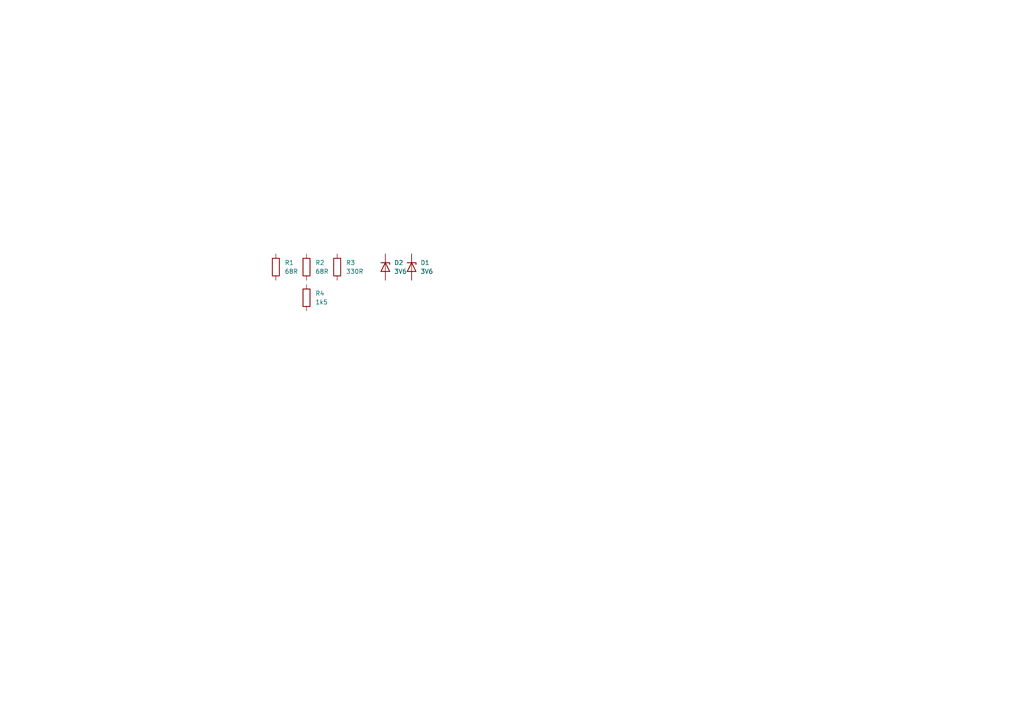
<source format=kicad_sch>
(kicad_sch (version 20230121) (generator eeschema)
  (paper "A4")
  (lib_symbols
    (symbol "Device:D_Zener" (pin_numbers hide) (pin_names (offset 1.016) hide)
      (property "Reference" "D" (at 0 2.54 0))
      (property "Value" "D_Zener" (at 0 -2.54 0))
      (symbol "D_Zener_0_1"
        (polyline (pts (xy 1.27 0) (xy -1.27 0)))
        (polyline (pts (xy -1.27 -1.27) (xy -1.27 1.27) (xy -0.762 1.27)) (stroke (width 0.254)))
        (polyline (pts (xy 1.27 -1.27) (xy 1.27 1.27) (xy -1.27 0) (xy 1.27 -1.27)) (stroke (width 0.254)))
      )
      (symbol "D_Zener_1_1"
        (pin passive line (at -3.81 0 0) (length 2.54) (name "K") (number "1"))
        (pin passive line (at 3.81 0 180) (length 2.54) (name "A") (number "2"))
      )
    )
    (symbol "Device:R" (pin_numbers hide) (pin_names (offset 0))
      (property "Reference" "R" (at 2.032 0 90))
      (property "Value" "R" (at 0 0 90))
      (symbol "R_0_1"
        (rectangle (start -1.016 -2.54) (end 1.016 2.54) (stroke (width 0.254)))
      )
      (symbol "R_1_1"
        (pin passive line (at 0 3.81 270) (length 1.27) (name "~") (number "1"))
        (pin passive line (at 0 -3.81 90) (length 1.27) (name "~") (number "2"))
      )
    )
  )
  (symbol (lib_id "Device:R") (at 88.9 77.47 0) (unit 1)
    (property "Reference" "R2" (at 91.44 76.2 0) (effects (justify left)))
    (property "Value" "68R" (at 91.44 78.74 0) (effects (justify left)))
    (property "Footprint" "Resistor_SMD:R_0805_2012Metric_Pad1.20x1.40mm_HandSolder" (effects hide))
  )
  (symbol (lib_id "Device:R") (at 97.79 77.47 0) (unit 1)
    (property "Reference" "R3" (at 100.33 76.2 0) (effects (justify left)))
    (property "Value" "330R" (at 100.33 78.74 0) (effects (justify left)))
    (property "Footprint" "Resistor_SMD:R_0805_2012Metric_Pad1.20x1.40mm_HandSolder" (effects hide))
  )
  (symbol (lib_id "Device:D_Zener") (at 111.76 77.47 270) (unit 1)
    (property "Reference" "D2" (at 114.3 76.2 90) (effects (justify left)))
    (property "Value" "3V6" (at 114.3 78.74 90) (effects (justify left)))
    (property "Footprint" "Diode_SMD:D_SOD-123" (effects hide))
  )
  (symbol (lib_id "Device:R") (at 80.01 77.47 0) (unit 1)
    (property "Reference" "R1" (at 82.55 76.2 0) (effects (justify left)))
    (property "Value" "68R" (at 82.55 78.74 0) (effects (justify left)))
    (property "Footprint" "Resistor_SMD:R_0805_2012Metric_Pad1.20x1.40mm_HandSolder" (effects hide))
  )
  (symbol (lib_id "Device:R") (at 88.9 86.36 0) (unit 1)
    (property "Reference" "R4" (at 91.44 85.09 0) (effects (justify left)))
    (property "Value" "1k5" (at 91.44 87.63 0) (effects (justify left)))
    (property "Footprint" "Resistor_SMD:R_0805_2012Metric_Pad1.20x1.40mm_HandSolder" (effects hide))
  )
  (symbol (lib_id "Device:D_Zener") (at 119.38 77.47 270) (unit 1)
    (property "Reference" "D1" (at 121.92 76.2 90) (effects (justify left)))
    (property "Value" "3V6" (at 121.92 78.74 90) (effects (justify left)))
    (property "Footprint" "Diode_SMD:D_SOD-123" (effects hide))
  )
)
</source>
